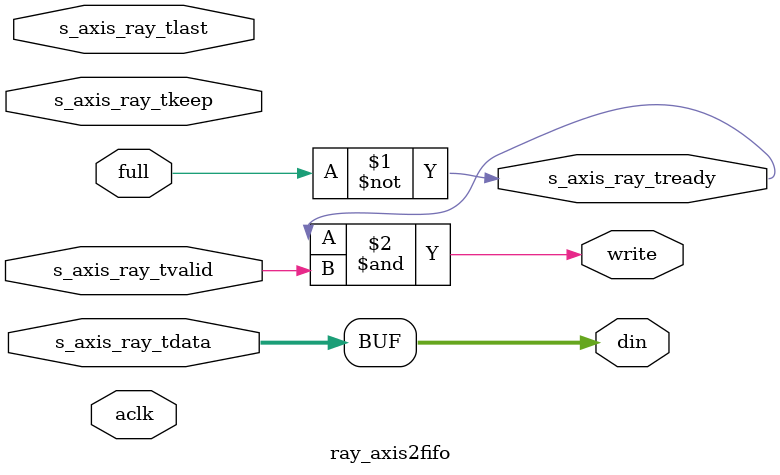
<source format=v>
`timescale 1ns / 1ps

module ray_axis2fifo (
    input          aclk,

    // axis
    input  [255:0] s_axis_ray_tdata,
    input  [31:0]  s_axis_ray_tkeep,
    input          s_axis_ray_tlast,
    output         s_axis_ray_tready,
    input          s_axis_ray_tvalid,

    // fifo
    input          full,
    output [255:0] din,
    output         write
);
    assign s_axis_ray_tready = ~full;
    assign din               = s_axis_ray_tdata;
    assign write             = s_axis_ray_tready & s_axis_ray_tvalid;
endmodule
</source>
